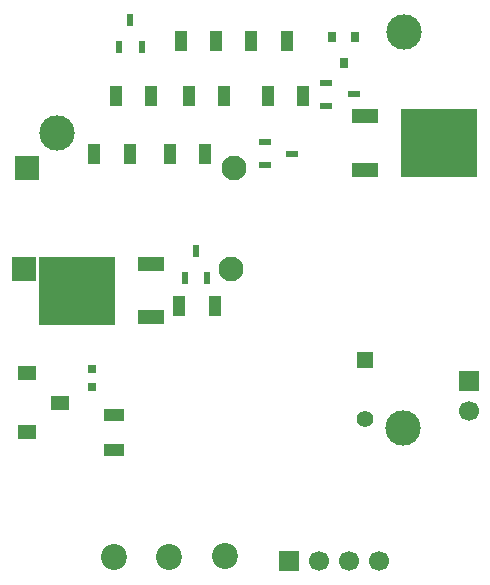
<source format=gts>
G04*
G04 #@! TF.GenerationSoftware,Altium Limited,Altium Designer,22.2.1 (43)*
G04*
G04 Layer_Color=8388736*
%FSLAX25Y25*%
%MOIN*%
G70*
G04*
G04 #@! TF.SameCoordinates,5435AC76-14FC-4701-A4E6-3609E34239AB*
G04*
G04*
G04 #@! TF.FilePolarity,Negative*
G04*
G01*
G75*
%ADD14R,0.06299X0.04724*%
%ADD16R,0.03937X0.02362*%
%ADD17R,0.04134X0.07087*%
%ADD18R,0.03150X0.03543*%
%ADD19R,0.02362X0.04134*%
%ADD20R,0.07087X0.04134*%
%ADD21R,0.03150X0.03150*%
%ADD22R,0.02362X0.03937*%
%ADD23R,0.08661X0.04724*%
%ADD24R,0.25197X0.22835*%
%ADD25C,0.11811*%
%ADD26C,0.05512*%
%ADD27R,0.05512X0.05512*%
%ADD28R,0.08268X0.08268*%
%ADD29C,0.08268*%
%ADD30R,0.06693X0.06693*%
%ADD31C,0.06693*%
%ADD32C,0.08661*%
%ADD33R,0.06693X0.06693*%
D14*
X5906Y48425D02*
D03*
Y68110D02*
D03*
X16929Y58268D02*
D03*
D16*
X105709Y164764D02*
D03*
Y157283D02*
D03*
X114764Y161024D02*
D03*
X94291Y141339D02*
D03*
X85236Y137598D02*
D03*
Y145079D02*
D03*
D17*
X57087Y178740D02*
D03*
X68898D02*
D03*
X98032Y160630D02*
D03*
X86221D02*
D03*
X80709Y178740D02*
D03*
X92520D02*
D03*
X59842Y160630D02*
D03*
X71653D02*
D03*
X47244D02*
D03*
X35433D02*
D03*
X65354Y141339D02*
D03*
X53543D02*
D03*
X68504Y90551D02*
D03*
X56693D02*
D03*
X28346Y141339D02*
D03*
X40157D02*
D03*
D18*
X111417Y171653D02*
D03*
X107480Y180315D02*
D03*
X115354D02*
D03*
D19*
X36614Y176772D02*
D03*
X44094D02*
D03*
X40354Y185827D02*
D03*
D20*
X35039Y54331D02*
D03*
Y42520D02*
D03*
D21*
X27559Y63386D02*
D03*
Y69685D02*
D03*
D22*
X62205Y108858D02*
D03*
X65945Y99803D02*
D03*
X58465D02*
D03*
D23*
X47244Y104646D02*
D03*
Y86693D02*
D03*
X118504Y153858D02*
D03*
Y135906D02*
D03*
D24*
X22441Y95669D02*
D03*
X143307Y144882D02*
D03*
D25*
X15748Y148031D02*
D03*
X131496Y181890D02*
D03*
X131102Y50000D02*
D03*
D26*
X118504Y52756D02*
D03*
D27*
Y72441D02*
D03*
D28*
X5906Y136614D02*
D03*
X4921Y102756D02*
D03*
D29*
X74803Y136614D02*
D03*
X73819Y102756D02*
D03*
D30*
X153150Y65630D02*
D03*
D31*
Y55630D02*
D03*
X103150Y5512D02*
D03*
X113150D02*
D03*
X123150D02*
D03*
D32*
X53150Y6693D02*
D03*
X72047Y7087D02*
D03*
X35039Y6693D02*
D03*
D33*
X93150Y5512D02*
D03*
M02*

</source>
